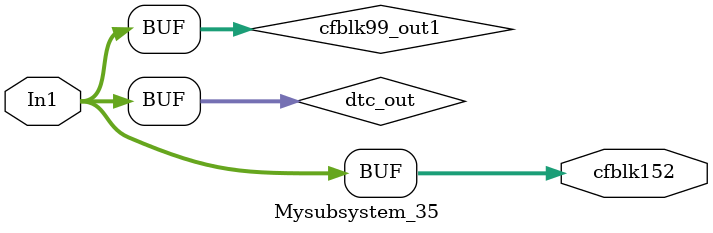
<source format=v>



`timescale 1 ns / 1 ns

module Mysubsystem_35
          (In1,
           cfblk152);


  input   [7:0] In1;  // uint8
  output  [7:0] cfblk152;  // uint8


  wire [7:0] dtc_out;  // ufix8
  wire [7:0] cfblk99_out1;  // uint8


  assign dtc_out = In1;



  assign cfblk99_out1 = dtc_out;



  assign cfblk152 = cfblk99_out1;

endmodule  // Mysubsystem_35


</source>
